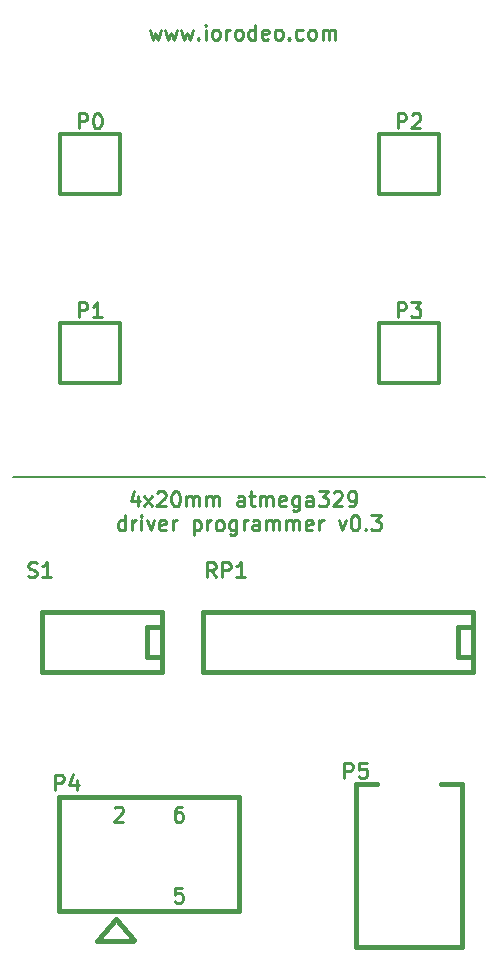
<source format=gto>
G04 (created by PCBNEW (2013-jul-07)-stable) date Tue 18 Aug 2015 02:40:38 PM PDT*
%MOIN*%
G04 Gerber Fmt 3.4, Leading zero omitted, Abs format*
%FSLAX34Y34*%
G01*
G70*
G90*
G04 APERTURE LIST*
%ADD10C,0.00590551*%
%ADD11C,0.01*%
%ADD12C,0.00787402*%
%ADD13C,0.012*%
%ADD14C,0.015*%
G04 APERTURE END LIST*
G54D10*
G54D11*
X24243Y-20538D02*
X24338Y-20871D01*
X24433Y-20633D01*
X24528Y-20871D01*
X24624Y-20538D01*
X24766Y-20538D02*
X24862Y-20871D01*
X24957Y-20633D01*
X25052Y-20871D01*
X25147Y-20538D01*
X25290Y-20538D02*
X25386Y-20871D01*
X25481Y-20633D01*
X25576Y-20871D01*
X25671Y-20538D01*
X25862Y-20824D02*
X25886Y-20847D01*
X25862Y-20871D01*
X25838Y-20847D01*
X25862Y-20824D01*
X25862Y-20871D01*
X26100Y-20871D02*
X26100Y-20538D01*
X26100Y-20371D02*
X26076Y-20395D01*
X26100Y-20419D01*
X26124Y-20395D01*
X26100Y-20371D01*
X26100Y-20419D01*
X26409Y-20871D02*
X26362Y-20847D01*
X26338Y-20824D01*
X26314Y-20776D01*
X26314Y-20633D01*
X26338Y-20585D01*
X26362Y-20562D01*
X26409Y-20538D01*
X26481Y-20538D01*
X26528Y-20562D01*
X26552Y-20585D01*
X26576Y-20633D01*
X26576Y-20776D01*
X26552Y-20824D01*
X26528Y-20847D01*
X26481Y-20871D01*
X26409Y-20871D01*
X26790Y-20871D02*
X26790Y-20538D01*
X26790Y-20633D02*
X26814Y-20585D01*
X26838Y-20562D01*
X26886Y-20538D01*
X26933Y-20538D01*
X27171Y-20871D02*
X27124Y-20847D01*
X27100Y-20824D01*
X27076Y-20776D01*
X27076Y-20633D01*
X27100Y-20585D01*
X27124Y-20562D01*
X27171Y-20538D01*
X27243Y-20538D01*
X27290Y-20562D01*
X27314Y-20585D01*
X27338Y-20633D01*
X27338Y-20776D01*
X27314Y-20824D01*
X27290Y-20847D01*
X27243Y-20871D01*
X27171Y-20871D01*
X27766Y-20871D02*
X27766Y-20371D01*
X27766Y-20847D02*
X27719Y-20871D01*
X27624Y-20871D01*
X27576Y-20847D01*
X27552Y-20824D01*
X27528Y-20776D01*
X27528Y-20633D01*
X27552Y-20585D01*
X27576Y-20562D01*
X27624Y-20538D01*
X27719Y-20538D01*
X27766Y-20562D01*
X28195Y-20847D02*
X28147Y-20871D01*
X28052Y-20871D01*
X28005Y-20847D01*
X27981Y-20800D01*
X27981Y-20609D01*
X28005Y-20562D01*
X28052Y-20538D01*
X28147Y-20538D01*
X28195Y-20562D01*
X28219Y-20609D01*
X28219Y-20657D01*
X27981Y-20705D01*
X28505Y-20871D02*
X28457Y-20847D01*
X28433Y-20824D01*
X28409Y-20776D01*
X28409Y-20633D01*
X28433Y-20585D01*
X28457Y-20562D01*
X28505Y-20538D01*
X28576Y-20538D01*
X28624Y-20562D01*
X28647Y-20585D01*
X28671Y-20633D01*
X28671Y-20776D01*
X28647Y-20824D01*
X28624Y-20847D01*
X28576Y-20871D01*
X28505Y-20871D01*
X28886Y-20824D02*
X28909Y-20847D01*
X28886Y-20871D01*
X28862Y-20847D01*
X28886Y-20824D01*
X28886Y-20871D01*
X29338Y-20847D02*
X29290Y-20871D01*
X29195Y-20871D01*
X29147Y-20847D01*
X29124Y-20824D01*
X29100Y-20776D01*
X29100Y-20633D01*
X29124Y-20585D01*
X29147Y-20562D01*
X29195Y-20538D01*
X29290Y-20538D01*
X29338Y-20562D01*
X29624Y-20871D02*
X29576Y-20847D01*
X29552Y-20824D01*
X29528Y-20776D01*
X29528Y-20633D01*
X29552Y-20585D01*
X29576Y-20562D01*
X29624Y-20538D01*
X29695Y-20538D01*
X29743Y-20562D01*
X29766Y-20585D01*
X29790Y-20633D01*
X29790Y-20776D01*
X29766Y-20824D01*
X29743Y-20847D01*
X29695Y-20871D01*
X29624Y-20871D01*
X30005Y-20871D02*
X30005Y-20538D01*
X30005Y-20585D02*
X30028Y-20562D01*
X30076Y-20538D01*
X30147Y-20538D01*
X30195Y-20562D01*
X30219Y-20609D01*
X30219Y-20871D01*
X30219Y-20609D02*
X30243Y-20562D01*
X30290Y-20538D01*
X30362Y-20538D01*
X30409Y-20562D01*
X30433Y-20609D01*
X30433Y-20871D01*
X23844Y-36089D02*
X23844Y-36422D01*
X23725Y-35899D02*
X23606Y-36256D01*
X23916Y-36256D01*
X24059Y-36422D02*
X24320Y-36089D01*
X24059Y-36089D02*
X24320Y-36422D01*
X24487Y-35970D02*
X24511Y-35946D01*
X24559Y-35922D01*
X24678Y-35922D01*
X24725Y-35946D01*
X24749Y-35970D01*
X24773Y-36018D01*
X24773Y-36065D01*
X24749Y-36137D01*
X24463Y-36422D01*
X24773Y-36422D01*
X25082Y-35922D02*
X25130Y-35922D01*
X25178Y-35946D01*
X25201Y-35970D01*
X25225Y-36018D01*
X25249Y-36113D01*
X25249Y-36232D01*
X25225Y-36327D01*
X25201Y-36375D01*
X25178Y-36399D01*
X25130Y-36422D01*
X25082Y-36422D01*
X25035Y-36399D01*
X25011Y-36375D01*
X24987Y-36327D01*
X24963Y-36232D01*
X24963Y-36113D01*
X24987Y-36018D01*
X25011Y-35970D01*
X25035Y-35946D01*
X25082Y-35922D01*
X25463Y-36422D02*
X25463Y-36089D01*
X25463Y-36137D02*
X25487Y-36113D01*
X25535Y-36089D01*
X25606Y-36089D01*
X25654Y-36113D01*
X25678Y-36160D01*
X25678Y-36422D01*
X25678Y-36160D02*
X25701Y-36113D01*
X25749Y-36089D01*
X25820Y-36089D01*
X25868Y-36113D01*
X25892Y-36160D01*
X25892Y-36422D01*
X26130Y-36422D02*
X26130Y-36089D01*
X26130Y-36137D02*
X26154Y-36113D01*
X26201Y-36089D01*
X26273Y-36089D01*
X26320Y-36113D01*
X26344Y-36160D01*
X26344Y-36422D01*
X26344Y-36160D02*
X26368Y-36113D01*
X26416Y-36089D01*
X26487Y-36089D01*
X26535Y-36113D01*
X26559Y-36160D01*
X26559Y-36422D01*
X27392Y-36422D02*
X27392Y-36160D01*
X27368Y-36113D01*
X27320Y-36089D01*
X27225Y-36089D01*
X27178Y-36113D01*
X27392Y-36399D02*
X27344Y-36422D01*
X27225Y-36422D01*
X27178Y-36399D01*
X27154Y-36351D01*
X27154Y-36303D01*
X27178Y-36256D01*
X27225Y-36232D01*
X27344Y-36232D01*
X27392Y-36208D01*
X27559Y-36089D02*
X27749Y-36089D01*
X27630Y-35922D02*
X27630Y-36351D01*
X27654Y-36399D01*
X27701Y-36422D01*
X27749Y-36422D01*
X27916Y-36422D02*
X27916Y-36089D01*
X27916Y-36137D02*
X27940Y-36113D01*
X27987Y-36089D01*
X28059Y-36089D01*
X28106Y-36113D01*
X28130Y-36160D01*
X28130Y-36422D01*
X28130Y-36160D02*
X28154Y-36113D01*
X28201Y-36089D01*
X28273Y-36089D01*
X28320Y-36113D01*
X28344Y-36160D01*
X28344Y-36422D01*
X28773Y-36399D02*
X28725Y-36422D01*
X28630Y-36422D01*
X28582Y-36399D01*
X28559Y-36351D01*
X28559Y-36160D01*
X28582Y-36113D01*
X28630Y-36089D01*
X28725Y-36089D01*
X28773Y-36113D01*
X28797Y-36160D01*
X28797Y-36208D01*
X28559Y-36256D01*
X29225Y-36089D02*
X29225Y-36494D01*
X29201Y-36541D01*
X29178Y-36565D01*
X29130Y-36589D01*
X29059Y-36589D01*
X29011Y-36565D01*
X29225Y-36399D02*
X29178Y-36422D01*
X29082Y-36422D01*
X29035Y-36399D01*
X29011Y-36375D01*
X28987Y-36327D01*
X28987Y-36184D01*
X29011Y-36137D01*
X29035Y-36113D01*
X29082Y-36089D01*
X29178Y-36089D01*
X29225Y-36113D01*
X29678Y-36422D02*
X29678Y-36160D01*
X29654Y-36113D01*
X29606Y-36089D01*
X29511Y-36089D01*
X29463Y-36113D01*
X29678Y-36399D02*
X29630Y-36422D01*
X29511Y-36422D01*
X29463Y-36399D01*
X29440Y-36351D01*
X29440Y-36303D01*
X29463Y-36256D01*
X29511Y-36232D01*
X29630Y-36232D01*
X29678Y-36208D01*
X29868Y-35922D02*
X30178Y-35922D01*
X30011Y-36113D01*
X30082Y-36113D01*
X30130Y-36137D01*
X30154Y-36160D01*
X30178Y-36208D01*
X30178Y-36327D01*
X30154Y-36375D01*
X30130Y-36399D01*
X30082Y-36422D01*
X29940Y-36422D01*
X29892Y-36399D01*
X29868Y-36375D01*
X30368Y-35970D02*
X30392Y-35946D01*
X30440Y-35922D01*
X30559Y-35922D01*
X30606Y-35946D01*
X30630Y-35970D01*
X30654Y-36018D01*
X30654Y-36065D01*
X30630Y-36137D01*
X30344Y-36422D01*
X30654Y-36422D01*
X30892Y-36422D02*
X30987Y-36422D01*
X31035Y-36399D01*
X31059Y-36375D01*
X31106Y-36303D01*
X31130Y-36208D01*
X31130Y-36018D01*
X31106Y-35970D01*
X31082Y-35946D01*
X31035Y-35922D01*
X30940Y-35922D01*
X30892Y-35946D01*
X30868Y-35970D01*
X30844Y-36018D01*
X30844Y-36137D01*
X30868Y-36184D01*
X30892Y-36208D01*
X30940Y-36232D01*
X31035Y-36232D01*
X31082Y-36208D01*
X31106Y-36184D01*
X31130Y-36137D01*
X23416Y-37222D02*
X23416Y-36722D01*
X23416Y-37199D02*
X23368Y-37222D01*
X23273Y-37222D01*
X23225Y-37199D01*
X23201Y-37175D01*
X23178Y-37127D01*
X23178Y-36984D01*
X23201Y-36937D01*
X23225Y-36913D01*
X23273Y-36889D01*
X23368Y-36889D01*
X23416Y-36913D01*
X23654Y-37222D02*
X23654Y-36889D01*
X23654Y-36984D02*
X23678Y-36937D01*
X23701Y-36913D01*
X23749Y-36889D01*
X23797Y-36889D01*
X23963Y-37222D02*
X23963Y-36889D01*
X23963Y-36722D02*
X23940Y-36746D01*
X23963Y-36770D01*
X23987Y-36746D01*
X23963Y-36722D01*
X23963Y-36770D01*
X24154Y-36889D02*
X24273Y-37222D01*
X24392Y-36889D01*
X24773Y-37199D02*
X24725Y-37222D01*
X24630Y-37222D01*
X24582Y-37199D01*
X24559Y-37151D01*
X24559Y-36960D01*
X24582Y-36913D01*
X24630Y-36889D01*
X24725Y-36889D01*
X24773Y-36913D01*
X24797Y-36960D01*
X24797Y-37008D01*
X24559Y-37056D01*
X25011Y-37222D02*
X25011Y-36889D01*
X25011Y-36984D02*
X25035Y-36937D01*
X25059Y-36913D01*
X25106Y-36889D01*
X25154Y-36889D01*
X25701Y-36889D02*
X25701Y-37389D01*
X25701Y-36913D02*
X25749Y-36889D01*
X25844Y-36889D01*
X25892Y-36913D01*
X25916Y-36937D01*
X25940Y-36984D01*
X25940Y-37127D01*
X25916Y-37175D01*
X25892Y-37199D01*
X25844Y-37222D01*
X25749Y-37222D01*
X25701Y-37199D01*
X26154Y-37222D02*
X26154Y-36889D01*
X26154Y-36984D02*
X26178Y-36937D01*
X26201Y-36913D01*
X26249Y-36889D01*
X26297Y-36889D01*
X26535Y-37222D02*
X26487Y-37199D01*
X26463Y-37175D01*
X26440Y-37127D01*
X26440Y-36984D01*
X26463Y-36937D01*
X26487Y-36913D01*
X26535Y-36889D01*
X26606Y-36889D01*
X26654Y-36913D01*
X26678Y-36937D01*
X26701Y-36984D01*
X26701Y-37127D01*
X26678Y-37175D01*
X26654Y-37199D01*
X26606Y-37222D01*
X26535Y-37222D01*
X27130Y-36889D02*
X27130Y-37294D01*
X27106Y-37341D01*
X27082Y-37365D01*
X27035Y-37389D01*
X26963Y-37389D01*
X26916Y-37365D01*
X27130Y-37199D02*
X27082Y-37222D01*
X26987Y-37222D01*
X26940Y-37199D01*
X26916Y-37175D01*
X26892Y-37127D01*
X26892Y-36984D01*
X26916Y-36937D01*
X26940Y-36913D01*
X26987Y-36889D01*
X27082Y-36889D01*
X27130Y-36913D01*
X27368Y-37222D02*
X27368Y-36889D01*
X27368Y-36984D02*
X27392Y-36937D01*
X27416Y-36913D01*
X27463Y-36889D01*
X27511Y-36889D01*
X27892Y-37222D02*
X27892Y-36960D01*
X27868Y-36913D01*
X27820Y-36889D01*
X27725Y-36889D01*
X27678Y-36913D01*
X27892Y-37199D02*
X27844Y-37222D01*
X27725Y-37222D01*
X27678Y-37199D01*
X27654Y-37151D01*
X27654Y-37103D01*
X27678Y-37056D01*
X27725Y-37032D01*
X27844Y-37032D01*
X27892Y-37008D01*
X28130Y-37222D02*
X28130Y-36889D01*
X28130Y-36937D02*
X28154Y-36913D01*
X28201Y-36889D01*
X28273Y-36889D01*
X28320Y-36913D01*
X28344Y-36960D01*
X28344Y-37222D01*
X28344Y-36960D02*
X28368Y-36913D01*
X28416Y-36889D01*
X28487Y-36889D01*
X28535Y-36913D01*
X28559Y-36960D01*
X28559Y-37222D01*
X28797Y-37222D02*
X28797Y-36889D01*
X28797Y-36937D02*
X28820Y-36913D01*
X28868Y-36889D01*
X28940Y-36889D01*
X28987Y-36913D01*
X29011Y-36960D01*
X29011Y-37222D01*
X29011Y-36960D02*
X29035Y-36913D01*
X29082Y-36889D01*
X29154Y-36889D01*
X29201Y-36913D01*
X29225Y-36960D01*
X29225Y-37222D01*
X29654Y-37199D02*
X29606Y-37222D01*
X29511Y-37222D01*
X29463Y-37199D01*
X29440Y-37151D01*
X29440Y-36960D01*
X29463Y-36913D01*
X29511Y-36889D01*
X29606Y-36889D01*
X29654Y-36913D01*
X29678Y-36960D01*
X29678Y-37008D01*
X29440Y-37056D01*
X29892Y-37222D02*
X29892Y-36889D01*
X29892Y-36984D02*
X29916Y-36937D01*
X29940Y-36913D01*
X29987Y-36889D01*
X30035Y-36889D01*
X30535Y-36889D02*
X30654Y-37222D01*
X30773Y-36889D01*
X31059Y-36722D02*
X31106Y-36722D01*
X31154Y-36746D01*
X31178Y-36770D01*
X31201Y-36818D01*
X31225Y-36913D01*
X31225Y-37032D01*
X31201Y-37127D01*
X31178Y-37175D01*
X31154Y-37199D01*
X31106Y-37222D01*
X31059Y-37222D01*
X31011Y-37199D01*
X30987Y-37175D01*
X30963Y-37127D01*
X30940Y-37032D01*
X30940Y-36913D01*
X30963Y-36818D01*
X30987Y-36770D01*
X31011Y-36746D01*
X31059Y-36722D01*
X31440Y-37175D02*
X31463Y-37199D01*
X31440Y-37222D01*
X31416Y-37199D01*
X31440Y-37175D01*
X31440Y-37222D01*
X31630Y-36722D02*
X31940Y-36722D01*
X31773Y-36913D01*
X31844Y-36913D01*
X31892Y-36937D01*
X31916Y-36960D01*
X31940Y-37008D01*
X31940Y-37127D01*
X31916Y-37175D01*
X31892Y-37199D01*
X31844Y-37222D01*
X31701Y-37222D01*
X31654Y-37199D01*
X31630Y-37175D01*
G54D12*
X19685Y-35433D02*
X35433Y-35433D01*
G54D13*
X23244Y-24000D02*
X23244Y-26000D01*
X23244Y-26000D02*
X21244Y-26000D01*
X21244Y-26000D02*
X21244Y-24000D01*
X21244Y-24000D02*
X23244Y-24000D01*
X23244Y-30299D02*
X23244Y-32299D01*
X23244Y-32299D02*
X21244Y-32299D01*
X21244Y-32299D02*
X21244Y-30299D01*
X21244Y-30299D02*
X23244Y-30299D01*
X33874Y-24000D02*
X33874Y-26000D01*
X33874Y-26000D02*
X31874Y-26000D01*
X31874Y-26000D02*
X31874Y-24000D01*
X31874Y-24000D02*
X33874Y-24000D01*
X33874Y-30299D02*
X33874Y-32299D01*
X33874Y-32299D02*
X31874Y-32299D01*
X31874Y-32299D02*
X31874Y-30299D01*
X31874Y-30299D02*
X33874Y-30299D01*
G54D14*
X21212Y-49931D02*
X27212Y-49931D01*
X21212Y-46131D02*
X27212Y-46131D01*
X27212Y-46131D02*
X27212Y-49931D01*
X21212Y-49931D02*
X21212Y-46131D01*
X22495Y-50905D02*
X23677Y-50905D01*
X23100Y-50192D02*
X22500Y-50892D01*
X23700Y-50891D02*
X23100Y-50191D01*
X33937Y-45669D02*
X34646Y-45669D01*
X34646Y-45669D02*
X34646Y-51102D01*
X34646Y-51102D02*
X31142Y-51102D01*
X31142Y-51102D02*
X31102Y-51102D01*
X31102Y-51102D02*
X31102Y-45669D01*
X31102Y-45669D02*
X31811Y-45669D01*
X35011Y-41444D02*
X35011Y-41444D01*
X35011Y-41444D02*
X34511Y-41444D01*
X34511Y-41444D02*
X34511Y-40444D01*
X34511Y-40444D02*
X35011Y-40444D01*
X35011Y-41944D02*
X26011Y-41944D01*
X26011Y-41944D02*
X26011Y-39944D01*
X26011Y-39944D02*
X35011Y-39944D01*
X35011Y-39944D02*
X35011Y-41944D01*
X24637Y-41444D02*
X24137Y-41444D01*
X24137Y-41444D02*
X24137Y-40444D01*
X24137Y-40444D02*
X24637Y-40444D01*
X24637Y-41944D02*
X20637Y-41944D01*
X20637Y-41944D02*
X20637Y-39944D01*
X20637Y-39944D02*
X24637Y-39944D01*
X24637Y-39944D02*
X24637Y-41944D01*
G54D11*
X21875Y-23824D02*
X21875Y-23324D01*
X22065Y-23324D01*
X22113Y-23348D01*
X22136Y-23372D01*
X22160Y-23419D01*
X22160Y-23491D01*
X22136Y-23538D01*
X22113Y-23562D01*
X22065Y-23586D01*
X21875Y-23586D01*
X22470Y-23324D02*
X22517Y-23324D01*
X22565Y-23348D01*
X22589Y-23372D01*
X22613Y-23419D01*
X22636Y-23514D01*
X22636Y-23633D01*
X22613Y-23729D01*
X22589Y-23776D01*
X22565Y-23800D01*
X22517Y-23824D01*
X22470Y-23824D01*
X22422Y-23800D01*
X22398Y-23776D01*
X22375Y-23729D01*
X22351Y-23633D01*
X22351Y-23514D01*
X22375Y-23419D01*
X22398Y-23372D01*
X22422Y-23348D01*
X22470Y-23324D01*
X21875Y-30123D02*
X21875Y-29623D01*
X22065Y-29623D01*
X22113Y-29647D01*
X22136Y-29671D01*
X22160Y-29718D01*
X22160Y-29790D01*
X22136Y-29837D01*
X22113Y-29861D01*
X22065Y-29885D01*
X21875Y-29885D01*
X22636Y-30123D02*
X22351Y-30123D01*
X22494Y-30123D02*
X22494Y-29623D01*
X22446Y-29695D01*
X22398Y-29742D01*
X22351Y-29766D01*
X32504Y-23824D02*
X32504Y-23324D01*
X32695Y-23324D01*
X32743Y-23348D01*
X32766Y-23372D01*
X32790Y-23419D01*
X32790Y-23491D01*
X32766Y-23538D01*
X32743Y-23562D01*
X32695Y-23586D01*
X32504Y-23586D01*
X32981Y-23372D02*
X33004Y-23348D01*
X33052Y-23324D01*
X33171Y-23324D01*
X33219Y-23348D01*
X33243Y-23372D01*
X33266Y-23419D01*
X33266Y-23467D01*
X33243Y-23538D01*
X32957Y-23824D01*
X33266Y-23824D01*
X32504Y-30123D02*
X32504Y-29623D01*
X32695Y-29623D01*
X32743Y-29647D01*
X32766Y-29671D01*
X32790Y-29718D01*
X32790Y-29790D01*
X32766Y-29837D01*
X32743Y-29861D01*
X32695Y-29885D01*
X32504Y-29885D01*
X32957Y-29623D02*
X33266Y-29623D01*
X33100Y-29814D01*
X33171Y-29814D01*
X33219Y-29837D01*
X33243Y-29861D01*
X33266Y-29909D01*
X33266Y-30028D01*
X33243Y-30076D01*
X33219Y-30099D01*
X33171Y-30123D01*
X33028Y-30123D01*
X32981Y-30099D01*
X32957Y-30076D01*
X21087Y-45871D02*
X21087Y-45371D01*
X21278Y-45371D01*
X21325Y-45395D01*
X21349Y-45419D01*
X21373Y-45466D01*
X21373Y-45538D01*
X21349Y-45585D01*
X21325Y-45609D01*
X21278Y-45633D01*
X21087Y-45633D01*
X21801Y-45538D02*
X21801Y-45871D01*
X21682Y-45347D02*
X21563Y-45705D01*
X21873Y-45705D01*
X25331Y-49133D02*
X25093Y-49133D01*
X25069Y-49371D01*
X25093Y-49348D01*
X25141Y-49324D01*
X25260Y-49324D01*
X25307Y-49348D01*
X25331Y-49371D01*
X25355Y-49419D01*
X25355Y-49538D01*
X25331Y-49586D01*
X25307Y-49610D01*
X25260Y-49633D01*
X25141Y-49633D01*
X25093Y-49610D01*
X25069Y-49586D01*
X25307Y-46433D02*
X25212Y-46433D01*
X25164Y-46457D01*
X25141Y-46481D01*
X25093Y-46552D01*
X25069Y-46648D01*
X25069Y-46838D01*
X25093Y-46886D01*
X25117Y-46910D01*
X25164Y-46933D01*
X25260Y-46933D01*
X25307Y-46910D01*
X25331Y-46886D01*
X25355Y-46838D01*
X25355Y-46719D01*
X25331Y-46671D01*
X25307Y-46648D01*
X25260Y-46624D01*
X25164Y-46624D01*
X25117Y-46648D01*
X25093Y-46671D01*
X25069Y-46719D01*
X23069Y-46481D02*
X23093Y-46457D01*
X23141Y-46433D01*
X23260Y-46433D01*
X23307Y-46457D01*
X23331Y-46481D01*
X23355Y-46529D01*
X23355Y-46576D01*
X23331Y-46648D01*
X23045Y-46933D01*
X23355Y-46933D01*
X30733Y-45477D02*
X30733Y-44977D01*
X30923Y-44977D01*
X30971Y-45001D01*
X30995Y-45025D01*
X31019Y-45073D01*
X31019Y-45144D01*
X30995Y-45192D01*
X30971Y-45216D01*
X30923Y-45239D01*
X30733Y-45239D01*
X31471Y-44977D02*
X31233Y-44977D01*
X31209Y-45216D01*
X31233Y-45192D01*
X31280Y-45168D01*
X31399Y-45168D01*
X31447Y-45192D01*
X31471Y-45216D01*
X31495Y-45263D01*
X31495Y-45382D01*
X31471Y-45430D01*
X31447Y-45454D01*
X31399Y-45477D01*
X31280Y-45477D01*
X31233Y-45454D01*
X31209Y-45430D01*
X26438Y-38785D02*
X26271Y-38546D01*
X26152Y-38785D02*
X26152Y-38285D01*
X26343Y-38285D01*
X26390Y-38308D01*
X26414Y-38332D01*
X26438Y-38380D01*
X26438Y-38451D01*
X26414Y-38499D01*
X26390Y-38523D01*
X26343Y-38546D01*
X26152Y-38546D01*
X26652Y-38785D02*
X26652Y-38285D01*
X26843Y-38285D01*
X26890Y-38308D01*
X26914Y-38332D01*
X26938Y-38380D01*
X26938Y-38451D01*
X26914Y-38499D01*
X26890Y-38523D01*
X26843Y-38546D01*
X26652Y-38546D01*
X27414Y-38785D02*
X27128Y-38785D01*
X27271Y-38785D02*
X27271Y-38285D01*
X27224Y-38356D01*
X27176Y-38404D01*
X27128Y-38427D01*
X20189Y-38761D02*
X20261Y-38785D01*
X20380Y-38785D01*
X20428Y-38761D01*
X20451Y-38737D01*
X20475Y-38689D01*
X20475Y-38642D01*
X20451Y-38594D01*
X20428Y-38570D01*
X20380Y-38546D01*
X20285Y-38523D01*
X20237Y-38499D01*
X20213Y-38475D01*
X20189Y-38427D01*
X20189Y-38380D01*
X20213Y-38332D01*
X20237Y-38308D01*
X20285Y-38285D01*
X20404Y-38285D01*
X20475Y-38308D01*
X20951Y-38785D02*
X20666Y-38785D01*
X20808Y-38785D02*
X20808Y-38285D01*
X20761Y-38356D01*
X20713Y-38404D01*
X20666Y-38427D01*
M02*

</source>
